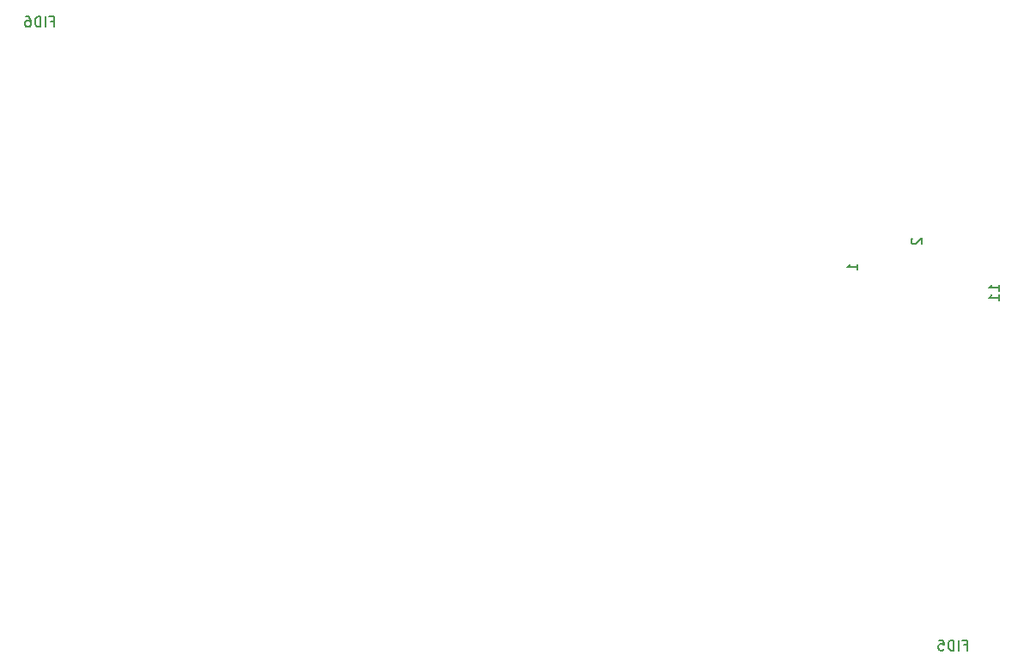
<source format=gbr>
%TF.GenerationSoftware,KiCad,Pcbnew,(6.0.9)*%
%TF.CreationDate,2022-11-17T17:06:12-06:00*%
%TF.ProjectId,IR2IP,49523249-502e-46b6-9963-61645f706362,rev?*%
%TF.SameCoordinates,PX55fe290PY8062360*%
%TF.FileFunction,Legend,Bot*%
%TF.FilePolarity,Positive*%
%FSLAX46Y46*%
G04 Gerber Fmt 4.6, Leading zero omitted, Abs format (unit mm)*
G04 Created by KiCad (PCBNEW (6.0.9)) date 2022-11-17 17:06:12*
%MOMM*%
%LPD*%
G01*
G04 APERTURE LIST*
%ADD10C,0.150000*%
G04 APERTURE END LIST*
D10*
%TO.C,J1*%
X97342380Y37630477D02*
X97342380Y38201905D01*
X97342380Y37916191D02*
X96342380Y37916191D01*
X96485238Y38011429D01*
X96580476Y38106667D01*
X96628095Y38201905D01*
X97342380Y36678096D02*
X97342380Y37249524D01*
X97342380Y36963810D02*
X96342380Y36963810D01*
X96485238Y37059048D01*
X96580476Y37154286D01*
X96628095Y37249524D01*
X83372380Y39694286D02*
X83372380Y40265715D01*
X83372380Y39980000D02*
X82372380Y39980000D01*
X82515238Y40075239D01*
X82610476Y40170477D01*
X82658095Y40265715D01*
X88817619Y42805715D02*
X88770000Y42758096D01*
X88722380Y42662858D01*
X88722380Y42424762D01*
X88770000Y42329524D01*
X88817619Y42281905D01*
X88912857Y42234286D01*
X89008095Y42234286D01*
X89150952Y42281905D01*
X89722380Y42853334D01*
X89722380Y42234286D01*
%TO.C,FID6*%
X3901428Y64191429D02*
X4234761Y64191429D01*
X4234761Y63667620D02*
X4234761Y64667620D01*
X3758571Y64667620D01*
X3377619Y63667620D02*
X3377619Y64667620D01*
X2901428Y63667620D02*
X2901428Y64667620D01*
X2663333Y64667620D01*
X2520476Y64620000D01*
X2425238Y64524762D01*
X2377619Y64429524D01*
X2330000Y64239048D01*
X2330000Y64096191D01*
X2377619Y63905715D01*
X2425238Y63810477D01*
X2520476Y63715239D01*
X2663333Y63667620D01*
X2901428Y63667620D01*
X1472857Y64667620D02*
X1663333Y64667620D01*
X1758571Y64620000D01*
X1806190Y64572381D01*
X1901428Y64429524D01*
X1949047Y64239048D01*
X1949047Y63858096D01*
X1901428Y63762858D01*
X1853809Y63715239D01*
X1758571Y63667620D01*
X1568095Y63667620D01*
X1472857Y63715239D01*
X1425238Y63762858D01*
X1377619Y63858096D01*
X1377619Y64096191D01*
X1425238Y64191429D01*
X1472857Y64239048D01*
X1568095Y64286667D01*
X1758571Y64286667D01*
X1853809Y64239048D01*
X1901428Y64191429D01*
X1949047Y64096191D01*
%TO.C,FID5*%
X93901428Y2691429D02*
X94234761Y2691429D01*
X94234761Y2167620D02*
X94234761Y3167620D01*
X93758571Y3167620D01*
X93377619Y2167620D02*
X93377619Y3167620D01*
X92901428Y2167620D02*
X92901428Y3167620D01*
X92663333Y3167620D01*
X92520476Y3120000D01*
X92425238Y3024762D01*
X92377619Y2929524D01*
X92330000Y2739048D01*
X92330000Y2596191D01*
X92377619Y2405715D01*
X92425238Y2310477D01*
X92520476Y2215239D01*
X92663333Y2167620D01*
X92901428Y2167620D01*
X91425238Y3167620D02*
X91901428Y3167620D01*
X91949047Y2691429D01*
X91901428Y2739048D01*
X91806190Y2786667D01*
X91568095Y2786667D01*
X91472857Y2739048D01*
X91425238Y2691429D01*
X91377619Y2596191D01*
X91377619Y2358096D01*
X91425238Y2262858D01*
X91472857Y2215239D01*
X91568095Y2167620D01*
X91806190Y2167620D01*
X91901428Y2215239D01*
X91949047Y2262858D01*
%TD*%
M02*

</source>
